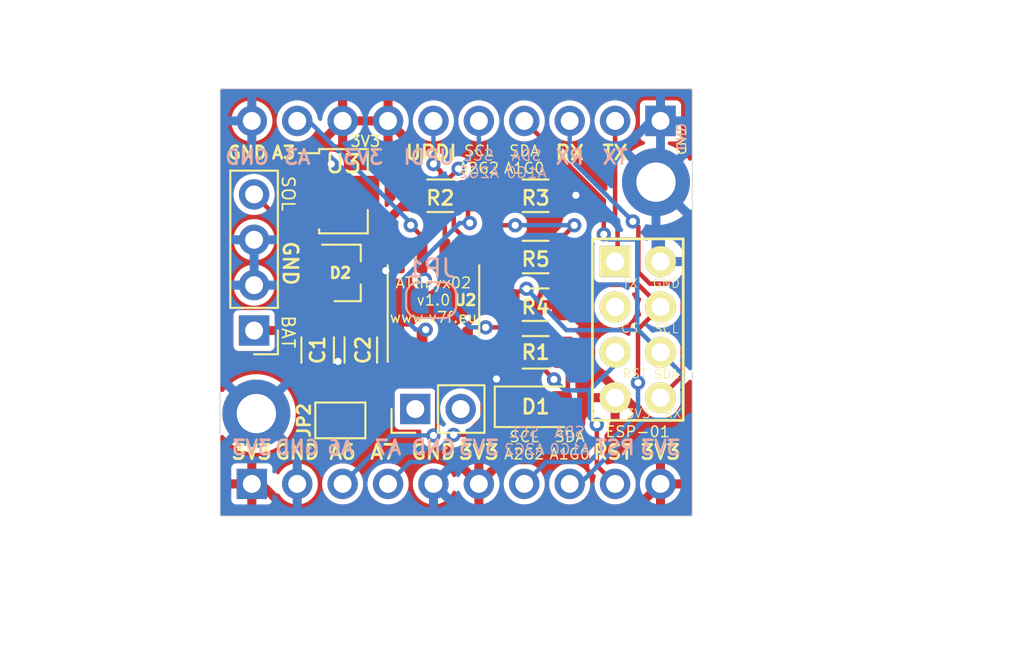
<source format=kicad_pcb>
(kicad_pcb (version 20241229) (generator "pcbnew") (generator_version "9.0")
  (title_block (title "ESP Attiny") (date "2021-06-19") (rev "0.1") (company "www.v7f.eu"))
  (layers (0 "F.Cu" signal) (2 "B.Cu" signal) (13 "F.Paste" user) (15 "B.Paste" user) (5 "F.SilkS" user "F.Silkscreen") (7 "B.SilkS" user "B.Silkscreen") (1 "F.Mask" user) (3 "B.Mask" user) (25 "Edge.Cuts" user))
  (net 0 "")
  (net 1 "GND")
  (net 2 "+3V3")
  (net 3 "Net-(D2-Pad2)")
  (net 4 "Net-(D1-Pad2)")
  (net 5 "+BATT")
  (net 6 "/A7")
  (net 7 "/RST")
  (net 8 "/TX")
  (net 9 "/RX")
  (net 10 "/A3")
  (net 11 "Net-(JP3-Pad2)")
  (net 12 "/A6")
  (net 13 "/SDA-A1")
  (net 14 "/SCL-A2")
  (net 15 "/UPDI")
  (net 16 "Net-(D2-Pad1)")
  (footprint "MountingHole:MountingHole_2.2mm_M2_DIN965_Pad" (layer "F.Cu") (at 47.752 58.547)
    (property "Reference" "REF**" (hide yes))
    (property "Value" "MountingHole_2.2mm_M2_DIN965_Pad")
    (pad "1" thru_hole circle (at 0 0) (size 3.8 3.8) (drill 2.2) (layers "*.Cu" "*.Mask") (net 1 "GND"))
  )
  (footprint "Jumper:SolderJumper-2_P1.3mm_Open_Pad1.0x1.5mm" (layer "F.Cu") (at 52.451 58.928)
    (property "Reference" "JP2" (at -2.032 0 90) (layer "F.SilkS") (effects (font (size 0.7 0.7))))
    (property "Value" "SolderJumper_2_Open")
    (fp_line (start -1.4 -1) (end 1.4 -1) (stroke (width 0.12)) (layer "F.SilkS"))
    (fp_line (start -1.4 1) (end -1.4 -1) (stroke (width 0.12)) (layer "F.SilkS"))
    (fp_line (start 1.4 -1) (end 1.4 1) (stroke (width 0.12)) (layer "F.SilkS"))
    (fp_line (start 1.4 1) (end -1.4 1) (stroke (width 0.12)) (layer "F.SilkS"))
    (pad "1" smd rect (at -0.65 0) (size 1 1.5) (layers "F.Cu" "F.Mask") (net 2 "+3V3"))
    (pad "2" smd rect (at 0.65 0) (size 1 1.5) (layers "F.Cu" "F.Mask") (net 5 "+BATT"))
  )
  (footprint "Capacitor_SMD:C_1206_3216Metric_Pad1.33x1.80mm_HandSolder" (layer "F.Cu") (at 51.181 54.991 -90)
    (property "Reference" "C1" (at 0 0 90) (layer "F.SilkS") (effects (font (size 0.8 0.8))))
    (property "Value" "1u")
    (fp_line (start -0.711252 0.91) (end 0.711252 0.91) (stroke (width 0.12)) (layer "F.SilkS"))
    (fp_line (start -0.711252 -0.91) (end 0.711252 -0.91) (stroke (width 0.12)) (layer "F.SilkS"))
    (pad "1" smd roundrect (at -1.5625 0 270) (size 1.325 1.8) (layers "F.Cu" "F.Mask" "F.Paste") (roundrect_rratio 0.188679) (net 5 "+BATT"))
    (pad "2" smd roundrect (at 1.5625 0 270) (size 1.325 1.8) (layers "F.Cu" "F.Mask" "F.Paste") (roundrect_rratio 0.188679) (net 1 "GND"))
  )
  (footprint "Capacitor_SMD:C_1206_3216Metric_Pad1.33x1.80mm_HandSolder" (layer "F.Cu") (at 53.594 54.991 -90)
    (property "Reference" "C2" (at 0 -0.127 90) (layer "F.SilkS") (effects (font (size 0.8 0.8))))
    (property "Value" "1u")
    (fp_line (start -0.711252 0.91) (end 0.711252 0.91) (stroke (width 0.12)) (layer "F.SilkS"))
    (fp_line (start -0.711252 -0.91) (end 0.711252 -0.91) (stroke (width 0.12)) (layer "F.SilkS"))
    (pad "1" smd roundrect (at -1.5625 0 270) (size 1.325 1.8) (layers "F.Cu" "F.Mask" "F.Paste") (roundrect_rratio 0.188679) (net 2 "+3V3"))
    (pad "2" smd roundrect (at 1.5625 0 270) (size 1.325 1.8) (layers "F.Cu" "F.Mask" "F.Paste") (roundrect_rratio 0.188679) (net 1 "GND"))
  )
  (footprint "Resistor_SMD:R_1206_3216Metric_Pad1.30x1.75mm_HandSolder" (layer "F.Cu") (at 63.373 55.118)
    (property "Reference" "R1" (at 0 0 0) (layer "F.SilkS") (effects (font (size 0.8 0.8))))
    (property "Value" "220")
    (fp_line (start -0.727064 -0.91) (end 0.727064 -0.91) (stroke (width 0.12)) (layer "F.SilkS"))
    (fp_line (start -0.727064 0.91) (end 0.727064 0.91) (stroke (width 0.12)) (layer "F.SilkS"))
    (pad "1" smd roundrect (at -1.55 0) (size 1.3 1.75) (layers "F.Cu" "F.Mask" "F.Paste") (roundrect_rratio 0.192308) (net 6 "/A7"))
    (pad "2" smd roundrect (at 1.55 0) (size 1.3 1.75) (layers "F.Cu" "F.Mask" "F.Paste") (roundrect_rratio 0.192308) (net 4 "Net-(D1-Pad2)"))
  )
  (footprint "Resistor_SMD:R_1206_3216Metric_Pad1.30x1.75mm_HandSolder" (layer "F.Cu") (at 58.039 46.355 180)
    (property "Reference" "R2" (at 0 -0.127 0) (layer "F.SilkS") (effects (font (size 0.8 0.8))))
    (property "Value" "1M")
    (fp_line (start -0.727064 0.91) (end 0.727064 0.91) (stroke (width 0.12)) (layer "F.SilkS"))
    (fp_line (start -0.727064 -0.91) (end 0.727064 -0.91) (stroke (width 0.12)) (layer "F.SilkS"))
    (pad "1" smd roundrect (at -1.55 0 180) (size 1.3 1.75) (layers "F.Cu" "F.Mask" "F.Paste") (roundrect_rratio 0.192308) (net 12 "/A6"))
    (pad "2" smd roundrect (at 1.55 0 180) (size 1.3 1.75) (layers "F.Cu" "F.Mask" "F.Paste") (roundrect_rratio 0.192308) (net 5 "+BATT"))
  )
  (footprint "Resistor_SMD:R_1206_3216Metric_Pad1.30x1.75mm_HandSolder" (layer "F.Cu") (at 63.373 46.355 180)
    (property "Reference" "R3" (at 0 -0.127 0) (layer "F.SilkS") (effects (font (size 0.8 0.8))))
    (property "Value" "1M")
    (fp_line (start -0.727064 0.91) (end 0.727064 0.91) (stroke (width 0.12)) (layer "F.SilkS"))
    (fp_line (start -0.727064 -0.91) (end 0.727064 -0.91) (stroke (width 0.12)) (layer "F.SilkS"))
    (pad "1" smd roundrect (at -1.55 0 180) (size 1.3 1.75) (layers "F.Cu" "F.Mask" "F.Paste") (roundrect_rratio 0.192308) (net 1 "GND"))
    (pad "2" smd roundrect (at 1.55 0 180) (size 1.3 1.75) (layers "F.Cu" "F.Mask" "F.Paste") (roundrect_rratio 0.192308) (net 12 "/A6"))
  )
  (footprint "Package_SO:SOIC-8_3.9x4.9mm_P1.27mm" (layer "F.Cu") (at 57.658 52.197 90)
    (property "Reference" "U2" (at 0 1.778 180) (layer "F.SilkS") (effects (font (size 0.6 0.6))))
    (property "Value" "ATtiny402-SS")
    (fp_line (start 0 -2.56) (end 1.95 -2.56) (stroke (width 0.12)) (layer "F.SilkS"))
    (fp_line (start 0 -2.56) (end -3.45 -2.56) (stroke (width 0.12)) (layer "F.SilkS"))
    (fp_line (start 0 2.56) (end 1.95 2.56) (stroke (width 0.12)) (layer "F.SilkS"))
    (fp_line (start 0 2.56) (end -1.95 2.56) (stroke (width 0.12)) (layer "F.SilkS"))
    (pad "1" smd roundrect (at -2.475 -1.905 90) (size 1.95 0.6) (layers "F.Cu" "F.Mask" "F.Paste") (net 2 "+3V3"))
    (pad "2" smd roundrect (at -2.475 -0.635 90) (size 1.95 0.6) (layers "F.Cu" "F.Mask" "F.Paste") (net 12 "/A6"))
    (pad "3" smd roundrect (at -2.475 0.635 90) (size 1.95 0.6) (layers "F.Cu" "F.Mask" "F.Paste") (net 6 "/A7"))
    (pad "4" smd roundrect (at -2.475 1.905 90) (size 1.95 0.6) (layers "F.Cu" "F.Mask" "F.Paste") (net 13 "/SDA-A1"))
    (pad "5" smd roundrect (at 2.475 1.905 90) (size 1.95 0.6) (layers "F.Cu" "F.Mask" "F.Paste") (net 14 "/SCL-A2"))
    (pad "6" smd roundrect (at 2.475 0.635 90) (size 1.95 0.6) (layers "F.Cu" "F.Mask" "F.Paste") (net 15 "/UPDI"))
    (pad "7" smd roundrect (at 2.475 -0.635 90) (size 1.95 0.6) (layers "F.Cu" "F.Mask" "F.Paste") (net 10 "/A3"))
    (pad "8" smd roundrect (at 2.475 -1.905 90) (size 1.95 0.6) (layers "F.Cu" "F.Mask" "F.Paste") (net 1 "GND"))
  )
  (footprint "MountingHole:MountingHole_2.2mm_M2_DIN965_Pad" (layer "F.Cu") (at 70.104 45.593)
    (property "Reference" "REF**" (hide yes))
    (property "Value" "MountingHole_2.2mm_M2_DIN965_Pad")
    (pad "1" thru_hole circle (at 0 0) (size 3.8 3.8) (drill 2.2) (layers "*.Cu" "*.Mask") (net 1 "GND"))
  )
  (footprint "Resistor_SMD:R_1206_3216Metric_Pad1.30x1.75mm_HandSolder" (layer "F.Cu") (at 63.373 49.784)
    (property "Reference" "R5" (at 0 0.127 0) (layer "F.SilkS") (effects (font (size 0.8 0.8))))
    (property "Value" "4k7")
    (fp_line (start -0.727064 -0.91) (end 0.727064 -0.91) (stroke (width 0.12)) (layer "F.SilkS"))
    (fp_line (start -0.727064 0.91) (end 0.727064 0.91) (stroke (width 0.12)) (layer "F.SilkS"))
    (pad "1" smd roundrect (at -1.55 0) (size 1.3 1.75) (layers "F.Cu" "F.Mask" "F.Paste") (roundrect_rratio 0.192308) (net 2 "+3V3"))
    (pad "2" smd roundrect (at 1.55 0) (size 1.3 1.75) (layers "F.Cu" "F.Mask" "F.Paste") (roundrect_rratio 0.192308) (net 14 "/SCL-A2"))
  )
  (footprint "Package_TO_SOT_SMD:SOT-23" (layer "F.Cu") (at 52.832 50.673)
    (property "Reference" "D2" (at -0.381 0 0) (layer "F.SilkS") (effects (font (size 0.6 0.6))))
    (property "Value" "BAT54S")
    (fp_line (start 0.76 -1.58) (end -1.4 -1.58) (stroke (width 0.12)) (layer "F.SilkS"))
    (fp_line (start 0.76 -1.58) (end 0.76 -0.65) (stroke (width 0.12)) (layer "F.SilkS"))
    (fp_line (start 0.76 1.58) (end -0.7 1.58) (stroke (width 0.12)) (layer "F.SilkS"))
    (fp_line (start 0.76 1.58) (end 0.76 0.65) (stroke (width 0.12)) (layer "F.SilkS"))
    (pad "1" smd rect (at -1 -0.95) (size 0.9 0.8) (layers "F.Cu" "F.Mask" "F.Paste") (net 16 "Net-(D2-Pad1)"))
    (pad "2" smd rect (at -1 0.95) (size 0.9 0.8) (layers "F.Cu" "F.Mask" "F.Paste") (net 3 "Net-(D2-Pad2)"))
    (pad "3" smd rect (at 1 0) (size 0.9 0.8) (layers "F.Cu" "F.Mask" "F.Paste") (net 5 "+BATT"))
  )
  (footprint "Resistor_SMD:R_1206_3216Metric_Pad1.30x1.75mm_HandSolder" (layer "F.Cu") (at 63.373 52.451 180)
    (property "Reference" "R4" (at 0 -0.127 0) (layer "F.SilkS") (effects (font (size 0.8 0.8))))
    (property "Value" "4k7")
    (fp_line (start -0.727064 0.91) (end 0.727064 0.91) (stroke (width 0.12)) (layer "F.SilkS"))
    (fp_line (start -0.727064 -0.91) (end 0.727064 -0.91) (stroke (width 0.12)) (layer "F.SilkS"))
    (pad "1" smd roundrect (at -1.55 0 180) (size 1.3 1.75) (layers "F.Cu" "F.Mask" "F.Paste") (roundrect_rratio 0.192308) (net 2 "+3V3"))
    (pad "2" smd roundrect (at 1.55 0 180) (size 1.3 1.75) (layers "F.Cu" "F.Mask" "F.Paste") (roundrect_rratio 0.192308) (net 13 "/SDA-A1"))
  )
  (footprint "Connector_PinHeader_2.54mm:PinHeader_1x04_P2.54mm_Vertical" (layer "F.Cu") (at 47.625 53.8988 180)
    (property "Reference" "J3" (hide yes))
    (property "Value" "Conn_01x04_Male")
    (fp_line (start 1.33 1.27) (end 1.33 8.95) (stroke (width 0.12)) (layer "F.SilkS"))
    (fp_line (start -1.33 8.95) (end 1.33 8.95) (stroke (width 0.12)) (layer "F.SilkS"))
    (fp_line (start -1.33 1.27) (end 1.33 1.27) (stroke (width 0.12)) (layer "F.SilkS"))
    (fp_line (start -1.33 1.27) (end -1.33 8.95) (stroke (width 0.12)) (layer "F.SilkS"))
    (fp_line (start -1.33 0) (end -1.33 -1.33) (stroke (width 0.12)) (layer "F.SilkS"))
    (fp_line (start -1.33 -1.33) (end 0 -1.33) (stroke (width 0.12)) (layer "F.SilkS"))
    (pad "1" thru_hole rect (at 0 0 180) (size 1.7 1.7) (drill 1) (layers "*.Cu" "*.Mask") (net 5 "+BATT"))
    (pad "2" thru_hole oval (at 0 2.54 180) (size 1.7 1.7) (drill 1) (layers "*.Cu" "*.Mask") (net 1 "GND"))
    (pad "3" thru_hole oval (at 0 5.08 180) (size 1.7 1.7) (drill 1) (layers "*.Cu" "*.Mask") (net 1 "GND"))
    (pad "4" thru_hole oval (at 0 7.62 180) (size 1.7 1.7) (drill 1) (layers "*.Cu" "*.Mask") (net 16 "Net-(D2-Pad1)"))
  )
  (footprint "LED_SMD:LED_1206_3216Metric" (layer "F.Cu") (at 63.373 58.166)
    (property "Reference" "D1" (at 0 0 0) (layer "F.SilkS") (effects (font (size 0.8 0.8))))
    (property "Value" "LED")
    (fp_line (start -2.285 -1.135) (end -2.285 1.135) (stroke (width 0.12)) (layer "F.SilkS"))
    (fp_line (start -2.285 1.135) (end 1.6 1.135) (stroke (width 0.12)) (layer "F.SilkS"))
    (fp_line (start 1.6 -1.135) (end -2.285 -1.135) (stroke (width 0.12)) (layer "F.SilkS"))
    (pad "1" smd roundrect (at -1.4 0) (size 1.25 1.75) (layers "F.Cu" "F.Mask" "F.Paste") (roundrect_rratio 0.2) (net 1 "GND"))
    (pad "2" smd roundrect (at 1.4 0) (size 1.25 1.75) (layers "F.Cu" "F.Mask" "F.Paste") (roundrect_rratio 0.2) (net 4 "Net-(D1-Pad2)"))
  )
  (footprint "Package_TO_SOT_SMD:SOT-89-3" (layer "F.Cu") (at 52.324 46.101)
    (property "Reference" "U3" (at 0.3 -1.524 0) (layer "F.SilkS"))
    (property "Value" "MCP1700")
    (fp_line (start -2.2 -2.13) (end -1.06 -2.13) (stroke (width 0.12)) (layer "F.SilkS"))
    (fp_line (start -1.06 -2.36) (end -1.06 -2.13) (stroke (width 0.12)) (layer "F.SilkS"))
    (fp_line (start -1.06 -2.36) (end 1.66 -2.36) (stroke (width 0.12)) (layer "F.SilkS"))
    (fp_line (start -1.06 2.36) (end -1.06 2.13) (stroke (width 0.12)) (layer "F.SilkS"))
    (fp_line (start 1.66 -2.36) (end 1.66 -1.05) (stroke (width 0.12)) (layer "F.SilkS"))
    (fp_line (start 1.66 1.05) (end 1.66 2.36) (stroke (width 0.12)) (layer "F.SilkS"))
    (fp_line (start 1.66 2.36) (end -1.06 2.36) (stroke (width 0.12)) (layer "F.SilkS"))
    (pad "1" smd rect (at -1.65 -1.5) (size 1.3 0.9) (layers "F.Cu" "F.Mask" "F.Paste") (net 1 "GND"))
    (pad "2" smd custom (at -1.5625 0) (size 1.475 0.9) (layers "F.Cu" "F.Mask" "F.Paste") (net 5 "+BATT") (options (clearance outline) (anchor rect)) (primitives (gr_poly (pts (xy 0.7375 -0.8665) (xy 3.8625 -0.8665) (xy 3.8625 0.8665) (xy 0.7375 0.8665)) (width 0) (fill yes))))
    (pad "3" smd rect (at -1.65 1.5) (size 1.3 0.9) (layers "F.Cu" "F.Mask" "F.Paste") (net 2 "+3V3"))
  )
  (footprint "Connector_PinHeader_2.54mm:PinHeader_1x02_P2.54mm_Vertical" (layer "F.Cu") (at 56.642 58.293 90)
    (property "Reference" "REF**" (hide yes))
    (property "Value" "PinHeader_1x02_P2.54mm_Vertical")
    (fp_line (start -1.33 -1.33) (end 0 -1.33) (stroke (width 0.12)) (layer "F.SilkS"))
    (fp_line (start -1.33 0) (end -1.33 -1.33) (stroke (width 0.12)) (layer "F.SilkS"))
    (fp_line (start 1.33 1.27) (end 1.33 3.87) (stroke (width 0.12)) (layer "F.SilkS"))
    (fp_line (start -1.33 1.27) (end 1.33 1.27) (stroke (width 0.12)) (layer "F.SilkS"))
    (fp_line (start -1.33 1.27) (end -1.33 3.87) (stroke (width 0.12)) (layer "F.SilkS"))
    (fp_line (start -1.33 3.87) (end 1.33 3.87) (stroke (width 0.12)) (layer "F.SilkS"))
    (pad "1" thru_hole rect (at 0 0 90) (size 1.7 1.7) (drill 1) (layers "*.Cu" "*.Mask"))
    (pad "2" thru_hole oval (at 0 2.54 90) (size 1.7 1.7) (drill 1) (layers "*.Cu" "*.Mask"))
  )
  (footprint "ESP8266:ESP-01" (layer "F.Cu") (at 67.818 50.038)
    (property "Reference" "U1" (hide yes))
    (property "Value" "ESP-01v090")
    (fp_line (start -1.27 -1.27) (end -1.27 1.27) (stroke (width 0.1524)) (layer "F.SilkS"))
    (fp_line (start -1.27 1.27) (end -1.27 8.89) (stroke (width 0.1524)) (layer "F.SilkS"))
    (fp_line (start -1.27 8.89) (end 3.81 8.89) (stroke (width 0.1524)) (layer "F.SilkS"))
    (fp_line (start 1.27 -1.27) (end -1.27 -1.27) (stroke (width 0.1524)) (layer "F.SilkS"))
    (fp_line (start 3.81 -1.27) (end 1.27 -1.27) (stroke (width 0.1524)) (layer "F.SilkS"))
    (fp_line (start 3.81 8.89) (end 3.81 -1.27) (stroke (width 0.1524)) (layer "F.SilkS"))
    (pad "1" thru_hole rect (at 0 0) (size 1.7272 1.7272) (drill 1.016) (layers "*.Cu" "*.Mask" "F.SilkS") (net 8 "/TX"))
    (pad "2" thru_hole oval (at 2.54 0) (size 1.7272 1.7272) (drill 1.016) (layers "*.Cu" "*.Mask" "F.SilkS") (net 1 "GND"))
    (pad "3" thru_hole oval (at 0 2.54) (size 1.7272 1.7272) (drill 1.016) (layers "*.Cu" "*.Mask" "F.SilkS") (net 11 "Net-(JP3-Pad2)"))
    (pad "4" thru_hole oval (at 2.54 2.54) (size 1.7272 1.7272) (drill 1.016) (layers "*.Cu" "*.Mask" "F.SilkS") (net 14 "/SCL-A2"))
    (pad "5" thru_hole oval (at 0 5.08) (size 1.7272 1.7272) (drill 1.016) (layers "*.Cu" "*.Mask" "F.SilkS") (net 7 "/RST"))
    (pad "6" thru_hole oval (at 2.54 5.08) (size 1.7272 1.7272) (drill 1.016) (layers "*.Cu" "*.Mask" "F.SilkS") (net 13 "/SDA-A1"))
    (pad "7" thru_hole oval (at 0 7.62) (size 1.7272 1.7272) (drill 1.016) (layers "*.Cu" "*.Mask" "F.SilkS") (net 2 "+3V3"))
    (pad "8" thru_hole oval (at 2.54 7.62) (size 1.7272 1.7272) (drill 1.016) (layers "*.Cu" "*.Mask" "F.SilkS") (net 9 "/RX"))
  )
  (footprint "Connector_PinHeader_2.54mm:PinHeader_1x10_P2.54mm_Vertical" (layer "B.Cu") (at 70.358 42.164 90)
    (property "Reference" "J2" (hide yes))
    (property "Value" "Conn_01x10_Male")
    (pad "1" thru_hole rect (at 0 0 90) (size 1.7 1.7) (drill 1) (layers "*.Cu" "*.Mask") (net 1 "GND"))
    (pad "2" thru_hole oval (at 0 -2.54 90) (size 1.7 1.7) (drill 1) (layers "*.Cu" "*.Mask") (net 8 "/TX"))
    (pad "3" thru_hole oval (at 0 -5.08 90) (size 1.7 1.7) (drill 1) (layers "*.Cu" "*.Mask") (net 9 "/RX"))
    (pad "4" thru_hole oval (at 0 -7.62 90) (size 1.7 1.7) (drill 1) (layers "*.Cu" "*.Mask") (net 13 "/SDA-A1"))
    (pad "5" thru_hole oval (at 0 -10.16 90) (size 1.7 1.7) (drill 1) (layers "*.Cu" "*.Mask") (net 14 "/SCL-A2"))
    (pad "6" thru_hole oval (at 0 -12.7 90) (size 1.7 1.7) (drill 1) (layers "*.Cu" "*.Mask") (net 15 "/UPDI"))
    (pad "7" thru_hole oval (at 0 -15.24 90) (size 1.7 1.7) (drill 1) (layers "*.Cu" "*.Mask") (net 2 "+3V3"))
    (pad "8" thru_hole oval (at 0 -17.78 90) (size 1.7 1.7) (drill 1) (layers "*.Cu" "*.Mask") (net 2 "+3V3"))
    (pad "9" thru_hole oval (at 0 -20.32 90) (size 1.7 1.7) (drill 1) (layers "*.Cu" "*.Mask") (net 10 "/A3"))
    (pad "10" thru_hole oval (at 0 -22.86 90) (size 1.7 1.7) (drill 1) (layers "*.Cu" "*.Mask") (net 1 "GND"))
  )
  (footprint "Jumper:SolderJumper-2_P1.3mm_Bridged_RoundedPad1.0x1.5mm" (layer "B.Cu") (at 57.531 52.197)
    (property "Reference" "JP1" (at -0.015 -1.778 0) (layer "B.SilkS") (effects (justify mirror)))
    (property "Value" "SolderJumper_2")
    (fp_poly (pts (xy 0.25 0.3) (xy -0.25 0.3) (xy -0.25 -0.3) (xy 0.25 -0.3)) (fill yes) (layer "B.Cu"))
    (fp_line (start -1.4 -0.3) (end -1.4 0.3) (stroke (width 0.12)) (layer "B.SilkS"))
    (fp_line (start -0.7 1) (end 0.7 1) (stroke (width 0.12)) (layer "B.SilkS"))
    (fp_line (start 0.7 -1) (end -0.7 -1) (stroke (width 0.12)) (layer "B.SilkS"))
    (fp_line (start 1.4 0.3) (end 1.4 -0.3) (stroke (width 0.12)) (layer "B.SilkS"))
    (fp_arc (start -1.4 -0.3) (mid -1.194975 -0.794975) (end -0.7 -1) (stroke (width 0.12)) (layer "B.SilkS"))
    (fp_arc (start -0.7 1) (mid -1.194975 0.794975) (end -1.4 0.3) (stroke (width 0.12)) (layer "B.SilkS"))
    (fp_arc (start 0.7 -1) (mid 1.194975 -0.794975) (end 1.4 -0.3) (stroke (width 0.12)) (layer "B.SilkS"))
    (fp_arc (start 1.4 0.3) (mid 1.194975 0.794975) (end 0.7 1) (stroke (width 0.12)) (layer "B.SilkS"))
    (pad "1" smd custom (at -0.65 0) (size 1 0.5) (layers "B.Cu" "B.Mask") (net 10 "/A3") (options (clearance outline) (anchor rect)) (primitives (gr_circle (center 0 -0.25) (end 0.5 -0.25) (width 0) (fill yes)) (gr_circle (center 0 0.25) (end 0.5 0.25) (width 0) (fill yes)) (gr_poly (pts (xy 0 0.75) (xy 0.5 0.75) (xy 0.5 -0.75) (xy 0 -0.75)) (width 0) (fill yes))))
    (pad "2" smd custom (at 0.65 0) (size 1 0.5) (layers "B.Cu" "B.Mask") (net 7 "/RST") (options (clearance outline) (anchor rect)) (primitives (gr_circle (center 0 -0.25) (end 0.5 -0.25) (width 0) (fill yes)) (gr_circle (center 0 0.25) (end 0.5 0.25) (width 0) (fill yes)) (gr_poly (pts (xy 0 0.75) (xy -0.5 0.75) (xy -0.5 -0.75) (xy 0 -0.75)) (width 0) (fill yes))))
  )
  (footprint "Connector_PinHeader_2.54mm:PinHeader_1x10_P2.54mm_Vertical" (layer "B.Cu") (at 47.498 62.484 -90)
    (property "Reference" "J1" (hide yes))
    (property "Value" "Conn_01x10_Male")
    (pad "1" thru_hole rect (at 0 0 270) (size 1.7 1.7) (drill 1) (layers "*.Cu" "*.Mask") (net 2 "+3V3"))
    (pad "2" thru_hole oval (at 0 -2.54 270) (size 1.7 1.7) (drill 1) (layers "*.Cu" "*.Mask") (net 1 "GND"))
    (pad "3" thru_hole oval (at 0 -5.08 270) (size 1.7 1.7) (drill 1) (layers "*.Cu" "*.Mask") (net 12 "/A6"))
    (pad "4" thru_hole oval (at 0 -7.62 270) (size 1.7 1.7) (drill 1) (layers "*.Cu" "*.Mask") (net 6 "/A7"))
    (pad "5" thru_hole oval (at 0 -10.16 270) (size 1.7 1.7) (drill 1) (layers "*.Cu" "*.Mask") (net 1 "GND"))
    (pad "6" thru_hole oval (at 0 -12.7 270) (size 1.7 1.7) (drill 1) (layers "*.Cu" "*.Mask") (net 2 "+3V3"))
    (pad "7" thru_hole oval (at 0 -15.24 270) (size 1.7 1.7) (drill 1) (layers "*.Cu" "*.Mask") (net 14 "/SCL-A2"))
    (pad "8" thru_hole oval (at 0 -17.78 270) (size 1.7 1.7) (drill 1) (layers "*.Cu" "*.Mask") (net 13 "/SDA-A1"))
    (pad "9" thru_hole oval (at 0 -20.32 270) (size 1.7 1.7) (drill 1) (layers "*.Cu" "*.Mask") (net 7 "/RST"))
    (pad "10" thru_hole oval (at 0 -22.86 270) (size 1.7 1.7) (drill 1) (layers "*.Cu" "*.Mask") (net 2 "+3V3"))
  )
  (gr_line (start 72.136 40.3606) (end 72.136 64.2874) (stroke (width 0.05)) (layer "Edge.Cuts"))
  (gr_line (start 72.136 64.2874) (end 45.72 64.2874) (stroke (width 0.05)) (layer "Edge.Cuts"))
  (gr_line (start 45.72 40.3606) (end 72.136 40.3606) (stroke (width 0.05)) (layer "Edge.Cuts"))
  (gr_line (start 45.72 64.2874) (end 45.72 40.3606) (stroke (width 0.05)) (layer "Edge.Cuts"))
  (gr_text "SCL\nA2G2" (at 60.198 44.323 0) (layer "F.SilkS") (effects (font (size 0.6 0.6) (thickness 0.08))))
  (gr_text "RX" (at 65.278 43.942 0) (layer "F.SilkS") (effects (font (size 0.8 0.8))))
  (gr_text "TX" (at 67.818 43.942 0) (layer "F.SilkS") (effects (font (size 0.8 0.8))))
  (gr_text "GND" (at 49.657 50.1396 -90) (layer "F.SilkS") (effects (font (size 0.8 0.8))))
  (gr_text "SOL" (at 49.53 46.228 -90) (layer "F.SilkS") (effects (font (size 0.7 0.7) (thickness 0.1))))
  (gr_text "BAT" (at 49.53 53.975 -90) (layer "F.SilkS") (effects (font (size 0.7 0.7) (thickness 0.1))))
  (gr_text "ESP-01" (at 69.088 59.563 0) (layer "F.SilkS") (effects (font (size 0.6 0.6) (thickness 0.08))))
  (gr_text "GND" (at 50.038 60.706 0) (layer "F.SilkS") (effects (font (size 0.8 0.8))))
  (gr_text "A7" (at 54.864 60.706 0) (layer "F.SilkS") (effects (font (size 0.8 0.8))))
  (gr_text "3V3" (at 60.198 60.706 0) (layer "F.SilkS") (effects (font (size 0.8 0.8))))
  (gr_text "SDA\nA1G0" (at 62.738 44.323 0) (layer "F.SilkS") (effects (font (size 0.6 0.6) (thickness 0.08))))
  (gr_text "RST" (at 67.691 60.706 0) (layer "F.SilkS") (effects (font (size 0.8 0.8))))
  (gr_text "GND" (at 71.501 43.307 -90) (layer "F.SilkS") (effects (font (size 0.5 0.5) (thickness 0.08))))
  (gr_text "A6" (at 52.578 60.706 0) (layer "F.SilkS") (effects (font (size 0.8 0.8))))
  (gr_text "3V3" (at 47.498 60.706 0) (layer "F.SilkS") (effects (font (size 0.8 0.8))))
  (gr_text "GND" (at 57.658 60.706 0) (layer "F.SilkS") (effects (font (size 0.8 0.8))))
  (gr_text "GND" (at 70.6882 51.2572 0) (layer "F.SilkS") (effects (font (size 0.5 0.5) (thickness 0.05))))
  (gr_text "SCL" (at 70.6882 53.7972 0) (layer "F.SilkS") (effects (font (size 0.5 0.5) (thickness 0.05))))
  (gr_text "3V3" (at 69.1134 58.547 0) (layer "F.SilkS") (effects (font (size 0.5 0.5) (thickness 0.05))))
  (gr_text "RX" (at 71.0438 58.547 0) (layer "F.SilkS") (effects (font (size 0.5 0.5) (thickness 0.05))))
  (gr_text "RST" (at 68.9102 56.3118 0) (layer "F.SilkS") (effects (font (size 0.5 0.5) (thickness 0.05))))
  (gr_text "CS" (at 68.6308 53.7718 0) (layer "F.SilkS") (effects (font (size 0.5 0.5) (thickness 0.05))))
  (gr_text "3V3" (at 70.358 60.706 0) (layer "F.SilkS") (effects (font (size 0.8 0.8))))
  (gr_text "TX" (at 68.6562 51.2572 0) (layer "F.SilkS") (effects (font (size 0.5 0.5) (thickness 0.05))))
  (gr_text "SDA" (at 70.6882 56.3372 0) (layer "F.SilkS") (effects (font (size 0.5 0.5) (thickness 0.05))))
  (gr_text "SDA\nA1G0" (at 65.278 60.325 0) (layer "F.SilkS") (effects (font (size 0.6 0.6) (thickness 0.08))))
  (gr_text "ATtinyx02\nv1.0\nwww.v7f.eu" (at 57.658 52.197 0) (layer "F.SilkS") (effects (font (size 0.6 0.6) (thickness 0.08))))
  (gr_text "UPDI" (at 57.531 43.942 0) (layer "F.SilkS") (effects (font (size 0.8 0.8))))
  (gr_text "SCL\nA2G2" (at 62.738 60.325 0) (layer "F.SilkS") (effects (font (size 0.6 0.6) (thickness 0.08))))
  (gr_text "3V3" (at 53.848 43.307 0) (layer "F.SilkS") (effects (font (size 0.6 0.6) (thickness 0.1))))
  (gr_text "GND" (at 47.244 43.942 0) (layer "F.SilkS") (effects (font (size 0.7 0.7))))
  (gr_text "A3" (at 49.276 43.942 0) (layer "F.SilkS") (effects (font (size 0.7 0.7))))
  (gr_text "3V3" (at 47.498 60.452 0) (layer "B.SilkS") (effects (font (size 0.8 0.8)) (justify mirror)))
  (gr_text "GND" (at 50.038 60.452 0) (layer "B.SilkS") (effects (font (size 0.8 0.8)) (justify mirror)))
  (gr_text "A6" (at 52.451 60.452 0) (layer "B.SilkS") (effects (font (size 0.8 0.8)) (justify mirror)))
  (gr_text "A7" (at 55.118 60.452 0) (layer "B.SilkS") (effects (font (size 0.8 0.8)) (justify mirror)))
  (gr_text "GND" (at 57.658 60.452 0) (layer "B.SilkS") (effects (font (size 0.8 0.8)) (justify mirror)))
  (gr_text "3V3" (at 60.198 60.452 0) (layer "B.SilkS") (effects (font (size 0.8 0.8)) (justify mirror)))
  (gr_text "RST" (at 67.818 60.452 0) (layer "B.SilkS") (effects (font (size 0.8 0.8)) (justify mirror)))
  (gr_text "GND" (at 71.501 43.053 270) (layer "B.SilkS") (effects (font (size 0.5 0.5) (thickness 0.08)) (justify mirror)))
  (gr_text "3V3" (at 70.358 60.452 0) (layer "B.SilkS") (effects (font (size 0.8 0.8)) (justify mirror)))
  (gr_text "GND" (at 47.244 44.196 0) (layer "B.SilkS") (effects (font (size 0.8 0.8)) (justify mirror)))
  (gr_text "TX" (at 67.818 44.196 0) (layer "B.SilkS") (effects (font (size 0.8 0.8)) (justify mirror)))
  (gr_text "A3" (at 50.038 44.196 0) (layer "B.SilkS") (effects (font (size 0.8 0.8)) (justify mirror)))
  (gr_text "SDA\nA1G0" (at 62.865 44.577 0) (layer "B.SilkS") (effects (font (size 0.6 0.6) (thickness 0.08)) (justify mirror)))
  (gr_text "RX" (at 65.278 44.196 0) (layer "B.SilkS") (effects (font (size 0.8 0.8)) (justify mirror)))
  (gr_text "SCL\nA2G2" (at 60.198 44.577 0) (layer "B.SilkS") (effects (font (size 0.6 0.6) (thickness 0.08)) (justify mirror)))
  (gr_text "SCL\nA2G2" (at 62.738 60.071 0) (layer "B.SilkS") (effects (font (size 0.6 0.6) (thickness 0.08)) (justify mirror)))
  (gr_text "SDA\nA1G0" (at 65.278 60.071 0) (layer "B.SilkS") (effects (font (size 0.6 0.6) (thickness 0.08)) (justify mirror)))
  (gr_text "UPDI" (at 57.404 44.196 0) (layer "B.SilkS") (effects (font (size 0.8 0.8)) (justify mirror)))
  (gr_text "3V3" (at 53.721 44.196 0) (layer "B.SilkS") (effects (font (size 0.8 0.8)) (justify mirror)))
  (segment (start 52.324 55.626) (end 51.181 56.5535) (width 0.5) (layer "F.Cu") (net 1))
  (segment (start 65.594246 46.355) (end 65.624201 46.325045) (width 0.5) (layer "F.Cu") (net 1))
  (segment (start 61.973 58.166) (end 61.973 56.645) (width 0.5) (layer "F.Cu") (net 1))
  (segment (start 55.753 49.784) (end 54.991 50.546) (width 0.5) (layer "F.Cu") (net 1))
  (segment (start 61.938441 56.610441) (end 61.973 56.645) (width 0.5) (layer "F.Cu") (net 1))
  (segment (start 50.674 44.601) (end 50.674 44.578) (width 0.5) (layer "F.Cu") (net 1))
  (segment (start 53.594 56.5535) (end 53.2515 56.5535) (width 0.5) (layer "F.Cu") (net 1))
  (segment (start 55.753 49.722) (end 55.753 49.784) (width 0.5) (layer "F.Cu") (net 1))
  (segment (start 50.674 44.578) (end 50.675 44.577) (width 0.5) (layer "F.Cu") (net 1))
  (segment (start 50.675 44.577) (end 51.943 44.577) (width 0.5) (layer "F.Cu") (net 1))
  (segment (start 53.2515 56.5535) (end 52.324 55.626) (width 0.5) (layer "F.Cu") (net 1))
  (segment (start 61.18352 56.610441) (end 61.938441 56.610441) (width 0.5) (layer "F.Cu") (net 1))
  (segment (start 64.923 46.355) (end 65.594246 46.355) (width 0.5) (layer "F.Cu") (net 1))
  (via (at 61.18352 56.610441) (size 0.8) (drill 0.4) (layers "F.Cu" "B.Cu") (net 1))
  (via (at 54.991 50.546) (size 0.8) (drill 0.4) (layers "F.Cu" "B.Cu") (net 1))
  (via (at 51.943 44.577) (size 0.8) (drill 0.4) (layers "F.Cu" "B.Cu") (net 1))
  (via (at 65.624201 46.325045) (size 0.8) (drill 0.4) (layers "F.Cu" "B.Cu") (net 1))
  (via (at 52.324 55.626) (size 0.8) (drill 0.4) (layers "F.Cu" "B.Cu") (net 1))
  (segment (start 58.674 63.5) (end 59.055 63.5) (width 0.5) (layer "B.Cu") (net 1))
  (segment (start 57.658 62.484) (end 58.674 61.468) (width 0.5) (layer "B.Cu") (net 1))
  (segment (start 70.104 49.784) (end 70.358 50.038) (width 0.5) (layer "B.Cu") (net 1))
  (segment (start 70.358 42.164) (end 69.85 42.164) (width 0.5) (layer "B.Cu") (net 1))
  (segment (start 70.104 45.593) (end 70.104 49.784) (width 0.5) (layer "B.Cu") (net 1))
  (segment (start 70.358 42.164) (end 70.358 45.339) (width 0.5) (layer "B.Cu") (net 1))
  (segment (start 58.674 61.468) (end 58.928 61.468) (width 0.5) (layer "B.Cu") (net 1))
  (segment (start 70.358 42.164) (end 69.977 42.164) (width 0.5) (layer "B.Cu") (net 1))
  (segment (start 69.85 42.164) (end 68.326 43.688) (width 0.5) (layer "B.Cu") (net 1))
  (segment (start 70.358 45.339) (end 70.104 45.593) (width 0.5) (layer "B.Cu") (net 1))
  (segment (start 57.658 62.484) (end 58.674 63.5) (width 0.5) (layer "B.Cu") (net 1))
  (segment (start 65.89801 58.30799) (end 65.89801 59.101668) (width 0.5) (layer "F.Cu") (net 2))
  (segment (start 52.578 42.164) (end 51.091001 43.650999) (width 0.5) (layer "F.Cu") (net 2))
  (segment (start 63.130001 45.576323) (end 61.230677 43.676999) (width 0.5) (layer "F.Cu") (net 2))
  (segment (start 62.473 49.784) (end 61.823 49.784) (width 0.5) (layer "F.Cu") (net 2))
  (segment (start 51.091001 43.650999) (end 49.623999 43.650999) (width 0.5) (layer "F.Cu") (net 2))
  (segment (start 63.865679 61.133999) (end 61.548001 61.133999) (width 0.5) (layer "F.Cu") (net 2))
  (segment (start 49.52399 43.751008) (end 49.52399 46.758114) (width 0.5) (layer "F.Cu") (net 2))
  (segment (start 48.006 62.484) (end 49.149 63.627) (width 0.5) (layer "F.Cu") (net 2))
  (segment (start 61.548001 61.133999) (end 60.198 62.484) (width 0.5) (layer "F.Cu") (net 2))
  (segment (start 66.454399 53.982399) (end 64.923 52.451) (width 0.5) (layer "F.Cu") (net 2))
  (segment (start 50.366876 47.601) (end 50.674 47.601) (width 0.5) (layer "F.Cu") (net 2))
  (segment (start 69.469 59.563) (end 69.596 59.563) (width 0.5) (layer "F.Cu") (net 2))
  (segment (start 70.358 62.484) (end 70.358 60.452) (width 0.5) (layer "F.Cu") (net 2))
  (segment (start 67.818 57.658) (end 66.548 57.658) (width 0.5) (layer "F.Cu") (net 2))
  (segment (start 61.230677 43.676999) (end 56.630999 43.676999) (width 0.5) (layer "F.Cu") (net 2))
  (segment (start 63.130001 48.476999) (end 63.130001 45.576323) (width 0.5) (layer "F.Cu") (net 2))
  (segment (start 64.923 52.451) (end 64.923 52.096) (width 0.5) (layer "F.Cu") (net 2))
  (segment (start 66.454399 55.772529) (end 66.454399 53.982399) (width 0.5) (layer "F.Cu") (net 2))
  (segment (start 67.818 57.658) (end 67.818 57.13613) (width 0.5) (layer "F.Cu") (net 2))
  (segment (start 61.823 49.784) (end 63.130001 48.476999) (width 0.5) (layer "F.Cu") (net 2))
  (segment (start 52.294699 60.671699) (end 51.801 60.178) (width 0.5) (layer "F.Cu") (net 2))
  (segment (start 65.89801 59.101668) (end 63.865679 61.133999) (width 0.5) (layer "F.Cu") (net 2))
  (segment (start 70.358 62.484) (end 69.215 63.627) (width 0.5) (layer "F.Cu") (net 2))
  (segment (start 68.33987 57.658) (end 67.818 57.658) (width 0.5) (layer "F.Cu") (net 2))
  (segment (start 69.469 59.563) (end 69.469 58.78713) (width 0.5) (layer "F.Cu") (net 2))
  (segment (start 60.198 62.484) (end 58.385699 60.671699) (width 0.5) (layer "F.Cu") (net 2))
  (segment (start 55.118 42.164) (end 52.578 42.164) (width 0.5) (layer "F.Cu") (net 2))
  (segment (start 47.498 62.484) (end 48.006 62.484) (width 0.5) (layer "F.Cu") (net 2))
  (segment (start 64.923 52.451) (end 64.923 52.234) (width 0.5) (layer "F.Cu") (net 2))
  (segment (start 69.469 58.78713) (end 68.33987 57.658) (width 0.5) (layer "F.Cu") (net 2))
  (segment (start 70.358 60.452) (end 69.469 59.563) (width 0.5) (layer "F.Cu") (net 2))
  (segment (start 58.603734 51.19701) (end 60.40999 51.19701) (width 0.5) (layer "F.Cu") (net 2))
  (segment (start 66.548 57.658) (end 65.89801 58.30799) (width 0.5) (layer "F.Cu") (net 2))
  (segment (start 49.623999 43.650999) (end 49.52399 43.751008) (width 0.5) (layer "F.Cu") (net 2))
  (segment (start 56.630999 43.676999) (end 55.118 42.164) (width 0.5) (layer "F.Cu") (net 2))
  (segment (start 53.594 53.4285) (end 56.372244 53.4285) (width 0.5) (layer "F.Cu") (net 2))
  (segment (start 56.372244 53.4285) (end 58.603734 51.19701) (width 0.5) (layer "F.Cu") (net 2))
  (segment (start 58.385699 60.671699) (end 52.294699 60.671699) (width 0.5) (layer "F.Cu") (net 2))
  (segment (start 60.40999 51.19701) (end 61.823 49.784) (width 0.5) (layer "F.Cu") (net 2))
  (segment (start 67.818 57.13613) (end 66.454399 55.772529) (width 0.5) (layer "F.Cu") (net 2))
  (segment (start 51.801 60.178) (end 51.801 58.928) (width 0.5) (layer "F.Cu") (net 2))
  (segment (start 49.52399 46.758114) (end 50.366876 47.601) (width 0.5) (layer "F.Cu") (net 2))
  (segment (start 64.923 52.096) (end 63.754 50.927) (width 0.5) (layer "F.Cu") (net 2))
  (segment (start 64.923 55.118) (end 65.174251 55.369251) (width 0.25) (layer "F.Cu") (net 4))
  (segment (start 65.174251 57.764749) (end 64.773 58.166) (width 0.25) (layer "F.Cu") (net 4))
  (segment (start 65.174251 55.369251) (end 65.174251 57.764749) (width 0.25) (layer "F.Cu") (net 4))
  (segment (start 54.99401 55.830332) (end 53.754688 54.59101) (width 0.5) (layer "F.Cu") (net 5))
  (segment (start 54.101 58.928) (end 54.99401 58.03499) (width 0.5) (layer "F.Cu") (net 5))
  (segment (start 51.174002 46.101) (end 50.7615 46.101) (width 0.5) (layer "F.Cu") (net 5))
  (segment (start 54.99401 58.03499) (end 54.99401 55.830332) (width 0.5) (layer "F.Cu") (net 5))
  (segment (start 53.101 58.928) (end 54.101 58.928) (width 0.5) (layer "F.Cu") (net 5))
  (segment (start 47.625 53.8988) (end 50.7107 53.8988) (width 0.5) (layer "F.Cu") (net 5))
  (segment (start 53.832 50.673) (end 53.782 50.673) (width 0.5) (layer "F.Cu") (net 5))
  (segment (start 53.832 49.012) (end 56.489 46.355) (width 0.5) (layer "F.Cu") (net 5))
  (segment (start 52.34351 54.59101) (end 51.181 53.4285) (width 0.5) (layer "F.Cu") (net 5))
  (segment (start 53.832 50.673) (end 53.832 49.012) (width 0.5) (layer "F.Cu") (net 5))
  (segment (start 53.782 50.673) (end 52.882 49.773) (width 0.5) (layer "F.Cu") (net 5))
  (segment (start 50.881999 50.822999) (end 51.031998 50.673) (width 0.5) (layer "F.Cu") (net 5))
  (segment (start 50.7107 53.8988) (end 51.181 53.4285) (width 0.5) (layer "F.Cu") (net 5))
  (segment (start 51.031998 50.673) (end 53.832 50.673) (width 0.5) (layer "F.Cu") (net 5))
  (segment (start 51.181 53.4285) (end 50.881999 53.129499) (width 0.5) (layer "F.Cu") (net 5))
  (segment (start 53.754688 54.59101) (end 52.34351 54.59101) (width 0.5) (layer "F.Cu") (net 5))
  (segment (start 52.882 49.773) (end 52.882 47.808998) (width 0.5) (layer "F.Cu") (net 5))
  (segment (start 52.882 47.808998) (end 51.174002 46.101) (width 0.5) (layer "F.Cu") (net 5))
  (segment (start 50.881999 53.129499) (end 50.881999 50.822999) (width 0.5) (layer "F.Cu") (net 5))
  (segment (start 58.785225 59.739574) (end 59.469252 59.739574) (width 0.25) (layer "F.Cu") (net 6))
  (segment (start 59.195532 56.02201) (end 58.293 55.119478) (width 0.25) (layer "F.Cu") (net 6))
  (segment (start 60.40752 56.0815) (end 60.46701 56.02201) (width 0.25) (layer "F.Cu") (net 6))
  (segment (start 61.37102 55.118) (end 61.823 55.118) (width 0.25) (layer "F.Cu") (net 6))
  (segment (start 58.293 55.119478) (end 58.293 54.672) (width 0.25) (layer "F.Cu") (net 6))
  (segment (start 60.40752 58.761502) (end 60.40752 56.0815) (width 0.25) (layer "F.Cu") (net 6))
  (segment (start 60.46701 56.02201) (end 61.37102 55.118) (width 0.25) (layer "F.Cu") (net 6))
  (segment (start 59.469252 59.739574) (end 60.408 58.800826) (width 0.25) (layer "F.Cu") (net 6))
  (segment (start 60.46701 56.02201) (end 59.195532 56.02201) (width 0.25) (layer "F.Cu") (net 6))
  (via (at 58.785225 59.739574) (size 0.8) (drill 0.4) (layers "F.Cu" "B.Cu") (net 6))
  (segment (start 57.2658 61.258999) (end 58.785225 59.739574) (width 0.25) (layer "B.Cu") (net 6))
  (segment (start 55.118 62.484) (end 56.343001 61.258999) (width 0.25) (layer "B.Cu") (net 6))
  (segment (start 56.343001 61.258999) (end 57.2658 61.258999) (width 0.25) (layer "B.Cu") (net 6))
  (segment (start 66.795709 61.461709) (end 66.795709 59.166135) (width 0.25) (layer "F.Cu") (net 7))
  (segment (start 62.84801 55.082948) (end 62.84801 54.23411) (width 0.25) (layer "F.Cu") (net 7))
  (segment (start 64.39925 56.634188) (end 62.84801 55.082948) (width 0.25) (layer "F.Cu") (net 7))
  (segment (start 62.3349 53.721) (end 60.579 53.721) (width 0.25) (layer "F.Cu") (net 7))
  (segment (start 62.84801 54.23411) (end 62.3349 53.721) (width 0.25) (layer "F.Cu") (net 7))
  (segment (start 67.818 62.484) (end 66.795709 61.461709) (width 0.25) (layer "F.Cu") (net 7))
  (via (at 66.795709 59.166135) (size 0.8) (drill 0.4) (layers "F.Cu" "B.Cu") (net 7))
  (via (at 64.39925 56.634188) (size 0.8) (drill 0.4) (layers "F.Cu" "B.Cu") (net 7))
  (via (at 60.579 53.721) (size 0.8) (drill 0.4) (layers "F.Cu" "B.Cu") (net 7))
  (segment (start 66.39571 57.245461) (end 66.39571 58.766136) (width 0.25) (layer "B.Cu") (net 7))
  (segment (start 60.579 53.721) (end 59.705 53.721) (width 0.25) (layer "B.Cu") (net 7))
  (segment (start 66.39571 58.766136) (end 66.795709 59.166135) (width 0.25) (layer "B.Cu") (net 7))
  (segment (start 59.705 53.721) (end 58.181 52.197) (width 0.25) (layer "B.Cu") (net 7))
  (segment (start 67.818 55.118) (end 67.818 55.823171) (width 0.25) (layer "B.Cu") (net 7))
  (segment (start 65.010523 57.245461) (end 64.39925 56.634188) (width 0.25) (layer "B.Cu") (net 7))
  (segment (start 66.39571 57.245461) (end 65.010523 57.245461) (width 0.25) (layer "B.Cu") (net 7))
  (segment (start 67.818 55.823171) (end 66.39571 57.245461) (width 0.25) (layer "B.Cu") (net 7))
  (segment (start 67.818 50.038) (end 67.958002 49.897998) (width 0.25) (layer "F.Cu") (net 8))
  (segment (start 67.958002 49.897998) (end 67.958002 48.141998) (width 0.25) (layer "F.Cu") (net 8))
  (segment (start 67.818 48.001996) (end 67.818 42.164) (width 0.25) (layer "F.Cu") (net 8))
  (segment (start 67.958002 48.141998) (end 67.818 48.001996) (width 0.25) (layer "F.Cu") (net 8))
  (segment (start 70.358 57.658) (end 71.596601 56.419399) (width 0.25) (layer "F.Cu") (net 9))
  (segment (start 71.596601 51.983471) (end 70.889731 51.276601) (width 0.25) (layer "F.Cu") (net 9))
  (segment (start 70.889731 51.276601) (end 69.763471 51.276601) (width 0.25) (layer "F.Cu") (net 9))
  (segment (start 69.119399 50.632529) (end 69.119399 48.099235) (width 0.25) (layer "F.Cu") (net 9))
  (segment (start 69.119399 48.099235) (end 68.811098 47.790934) (width 0.25) (layer "F.Cu") (net 9))
  (segment (start 69.763471 51.276601) (end 69.119399 50.632529) (width 0.25) (layer "F.Cu") (net 9))
  (segment (start 71.596601 56.419399) (end 71.596601 51.983471) (width 0.25) (layer "F.Cu") (net 9))
  (via (at 68.811098 47.790934) (size 0.8) (drill 0.4) (layers "F.Cu" "B.Cu") (net 9))
  (segment (start 68.811098 47.790934) (end 65.278 44.257836) (width 0.25) (layer "B.Cu") (net 9))
  (segment (start 65.278 44.257836) (end 65.278 42.164) (width 0.25) (layer "B.Cu") (net 9))
  (segment (start 57.173498 51.040868) (end 57.173498 49.872498) (width 0.25) (layer "F.Cu") (net 10))
  (segment (start 57.023 48.641) (end 57.023 49.722) (width 0.25) (layer "F.Cu") (net 10))
  (segment (start 56.388 48.006) (end 57.023 48.641) (width 0.25) (layer "F.Cu") (net 10))
  (segment (start 57.173498 49.872498) (end 57.023 49.722) (width 0.25) (layer "F.Cu") (net 10))
  (via (at 57.173498 51.040868) (size 0.8) (drill 0.4) (layers "F.Cu" "B.Cu") (net 10))
  (via (at 56.388 48.006) (size 0.8) (drill 0.4) (layers "F.Cu" "B.Cu") (net 10))
  (segment (start 56.388 47.874998) (end 56.388 48.006) (width 0.25) (layer "B.Cu") (net 10))
  (segment (start 50.038 42.164) (end 50.677002 42.164) (width 0.25) (layer "B.Cu") (net 10))
  (segment (start 50.677002 42.164) (end 56.388 47.874998) (width 0.25) (layer "B.Cu") (net 10))
  (segment (start 56.881 52.197) (end 56.881 51.333366) (width 0.25) (layer "B.Cu") (net 10))
  (segment (start 56.881 51.333366) (end 57.173498 51.040868) (width 0.25) (layer "B.Cu") (net 10))
  (segment (start 57.023 54.672) (end 57.023 56.298998) (width 0.25) (layer "F.Cu") (net 12))
  (segment (start 59.589 46.355) (end 59.589 47.778) (width 0.25) (layer "F.Cu") (net 12))
  (segment (start 57.867001 59.561768) (end 57.657078 59.771691) (width 0.25) (layer "F.Cu") (net 12))
  (segment (start 57.867001 57.142999) (end 57.867001 59.561768) (width 0.25) (layer "F.Cu") (net 12))
  (segment (start 57.023 54.672) (end 57.023 54.050551) (width 0.25) (layer "F.Cu") (net 12))
  (segment (start 59.589 47.778) (end 59.69 47.879) (width 0.25) (layer "F.Cu") (net 12))
  (segment (start 57.023 56.298998) (end 57.867001 57.142999) (width 0.25) (layer "F.Cu") (net 12))
  (segment (start 57.023 54.050551) (end 57.225248 53.848303) (width 0.25) (layer "F.Cu") (net 12))
  (via (at 57.225248 53.848303) (size 0.8) (drill 0.4) (layers "F.Cu" "B.Cu") (net 12))
  (via (at 57.657078 59.771691) (size 0.8) (drill 0.4) (layers "F.Cu" "B.Cu") (net 12))
  (via (at 59.69 47.879) (size 0.8) (drill 0.4) (layers "F.Cu" "B.Cu") (net 12))
  (segment (start 59.69 47.879) (end 59.124315 47.879) (width 0.25) (layer "B.Cu") (net 12))
  (segment (start 59.124315 47.879) (end 56.00599 50.997325) (width 0.25) (layer "B.Cu") (net 12))
  (segment (start 55.290309 59.771691) (end 57.657078 59.771691) (width 0.25) (layer "B.Cu") (net 12))
  (segment (start 52.578 62.484) (end 55.290309 59.771691) (width 0.25) (layer "B.Cu") (net 12))
  (segment (start 56.00599 53.19473) (end 56.659563 53.848303) (width 0.25) (layer "B.Cu") (net 12))
  (segment (start 56.00599 50.997325) (end 56.00599 53.19473) (width 0.25) (layer "B.Cu") (net 12))
  (segment (start 56.659563 53.848303) (end 57.225248 53.848303) (width 0.25) (layer "B.Cu") (net 12))
  (segment (start 59.563 53.589996) (end 60.701996 52.451) (width 0.25) (layer "F.Cu") (net 13))
  (segment (start 62.738 42.164) (end 67.183 46.609) (width 0.25) (layer "F.Cu") (net 13))
  (segment (start 61.823 51.934737) (end 61.823 52.451) (width 0.25) (layer "F.Cu") (net 13))
  (segment (start 67.183 46.609) (end 67.183 48.514) (width 0.25) (layer "F.Cu") (net 13))
  (segment (start 59.563 54.672) (end 59.563 53.589996) (width 0.25) (layer "F.Cu") (net 13))
  (segment (start 60.701996 52.451) (end 61.823 52.451) (width 0.25) (layer "F.Cu") (net 13))
  (segment (start 62.865 51.562) (end 61.823 51.934737) (width 0.25) (layer "F.Cu") (net 13))
  (via (at 62.865 51.562) (size 0.8) (drill 0.4) (layers "F.Cu" "B.Cu") (net 13))
  (via (at 67.183 48.514) (size 0.8) (drill 0.4) (layers "F.Cu" "B.Cu") (net 13))
  (segment (start 65.278 62.484) (end 65.839678 62.484) (width 0.25) (layer "B.Cu") (net 13))
  (segment (start 68.981601 48.799399) (end 69.056601 48.874399) (width 0.25) (layer "B.Cu") (net 13))
  (segment (start 69.119399 53.879399) (end 70.358 55.118) (width 0.25) (layer "B.Cu") (net 13))
  (segment (start 70.952529 58.896601) (end 71.596601 58.252529) (width 0.25) (layer "B.Cu") (net 13))
  (segment (start 65.839678 62.484) (end 69.427077 58.896601) (width 0.25) (layer "B.Cu") (net 13))
  (segment (start 69.056601 53.816601) (end 70.358 55.118) (width 0.25) (layer "B.Cu") (net 13))
  (segment (start 71.596601 56.356601) (end 70.358 55.118) (width 0.25) (layer "B.Cu") (net 13))
  (segment (start 71.596601 58.252529) (end 71.596601 56.356601) (width 0.25) (layer "B.Cu") (net 13))
  (segment (start 67.468399 48.799399) (end 68.981601 48.799399) (width 0.25) (layer "B.Cu") (net 13))
  (segment (start 69.056601 48.874399) (end 69.056601 53.816601) (width 0.25) (layer "B.Cu") (net 13))
  (segment (start 65.099512 53.879399) (end 69.119399 53.879399) (width 0.25) (layer "B.Cu") (net 13))
  (segment (start 67.183 48.514) (end 67.468399 48.799399) (width 0.25) (layer "B.Cu") (net 13))
  (segment (start 62.865 51.562) (end 65.099512 53.879399) (width 0.25) (layer "B.Cu") (net 13))
  (segment (start 69.427077 58.896601) (end 70.952529 58.896601) (width 0.25) (layer "B.Cu") (net 13))
  (segment (start 69.119147 51.339399) (end 66.478399 51.339399) (width 0.25) (layer "F.Cu") (net 14))
  (segment (start 70.357748 52.578) (end 69.119147 51.339399) (width 0.25) (layer "F.Cu") (net 14))
  (segment (start 66.478399 51.339399) (end 64.923 49.784) (width 0.25) (layer "F.Cu") (net 14))
  (segment (start 61.279 48.006) (end 59.563 49.722) (width 0.25) (layer "F.Cu") (net 14))
  (segment (start 69.098607 53.837393) (end 70.358 52.578) (width 0.25) (layer "F.Cu") (net 14))
  (segment (start 64.923 49.784) (end 64.923 48.615) (width 0.25) (layer "F.Cu") (net 14))
  (segment (start 59.059284 44.839698) (end 58.56399 45.334992) (width 0.25) (layer "F.Cu") (net 14))
  (segment (start 64.923 48.615) (end 65.532 48.006) (width 0.25) (layer "F.Cu") (net 14))
  (segment (start 58.793011 48.129015) (end 58.793011 47.467911) (width 0.25) (layer "F.Cu") (net 14))
  (segment (start 59.563 48.899004) (end 58.793011 48.129015) (width 0.25) (layer "F.Cu") (net 14))
  (segment (start 58.56399 45.334992) (end 58.56399 47.23889) (width 0.25) (layer "F.Cu") (net 14))
  (segment (start 58.56399 47.23889) (end 58.793011 47.467911) (width 0.25) (layer "F.Cu") (net 14))
  (segment (start 70.358 52.578) (end 70.357748 52.578) (width 0.25) (layer "F.Cu") (net 14))
  (segment (start 59.563 49.722) (end 59.563 48.899004) (width 0.25) (layer "F.Cu") (net 14))
  (segment (start 69.098607 56.818405) (end 69.098607 53.837393) (width 0.25) (layer "F.Cu") (net 14))
  (segment (start 62.23 48.006) (end 61.279 48.006) (width 0.25) (layer "F.Cu") (net 14))
  (via (at 65.532 48.006) (size 0.8) (drill 0.4) (layers "F.Cu" "B.Cu") (net 14))
  (via (at 69.098607 56.818405) (size 0.8) (drill 0.4) (layers "F.Cu" "B.Cu") (net 14))
  (via (at 62.23 48.006) (size 0.8) (drill 0.4) (layers "F.Cu" "B.Cu") (net 14))
  (via (at 59.059284 44.839698) (size 0.8) (drill 0.4) (layers "F.Cu" "B.Cu") (net 14))
  (segment (start 60.198 43.700982) (end 59.059284 44.839698) (width 0.25) (layer "B.Cu") (net 14))
  (segment (start 60.198 42.164) (end 60.198 43.700982) (width 0.25) (layer "B.Cu") (net 14))
  (segment (start 69.098607 58.517949) (end 69.098607 56.818405) (width 0.25) (layer "B.Cu") (net 14))
  (segment (start 65.532 48.006) (end 62.23 48.006) (width 0.25) (layer "B.Cu") (net 14))
  (segment (start 62.738 62.484) (end 63.963001 61.258999) (width 0.25) (layer "B.Cu") (net 14))
  (segment (start 63.963001 61.258999) (end 66.357557 61.258999) (width 0.25) (layer "B.Cu") (net 14))
  (segment (start 66.357557 61.258999) (end 69.098607 58.517949) (width 0.25) (layer "B.Cu") (net 14))
  (segment (start 57.658 44.577) (end 58.057999 44.976999) (width 0.25) (layer "F.Cu") (net 15))
  (segment (start 58.057999 47.440021) (end 58.057999 44.976999) (width 0.25) (layer "F.Cu") (net 15))
  (segment (start 58.293 49.722) (end 58.293 47.675022) (width 0.25) (layer "F.Cu") (net 15))
  (segment (start 58.293 47.675022) (end 58.057999 47.440021) (width 0.25) (layer "F.Cu") (net 15))
  (via (at 57.658 44.577) (size 0.8) (drill 0.4) (layers "F.Cu" "B.Cu") (net 15))
  (segment (start 57.658 42.164) (end 57.658 44.577) (width 0.25) (layer "B.Cu") (net 15))
  (segment (start 47.625 46.2788) (end 51.0692 49.723) (width 0.25) (layer "F.Cu") (net 16))
  (segment (start 51.0692 49.723) (end 51.832 49.723) (width 0.25) (layer "F.Cu") (net 16))
  (zone (net 2) (net_name "+3V3") (layer "F.Cu") (priority 1) (connect_pads (clearance 0.3)) (min_thickness 0.2) (fill yes (thermal_gap 0.508) (thermal_bridge_width 0.508))
    (polygon (pts (xy 72.136 64.262) (xy 45.72 64.262) (xy 45.72 40.386) (xy 72.136 40.386)))
  )
  (zone (net 1) (net_name "GND") (layer "B.Cu") (connect_pads (clearance 0.3)) (min_thickness 0.2) (fill yes (thermal_gap 0.508) (thermal_bridge_width 0.508))
    (polygon (pts (xy 72.136 64.262) (xy 45.72 64.262) (xy 45.72 40.386) (xy 72.136 40.386)))
  )
)
</source>
